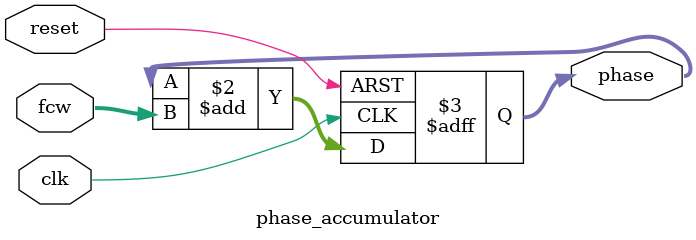
<source format=v>
module dds_sine (
    input wire clk,
    input wire reset,
    input wire [7:0] fcw,
    output signed [7:0] audio_out//для безнакового хватает 8,а для знакового нет, нужно 16
);
    wire [7:0] phase;
    wire signed [7:0] sine_value;

    phase_accumulator pa (
        .clk(clk),
        .reset(reset),
        .fcw(fcw),
        .phase(phase)
    );

    sine_lut lut (
        .phase(phase),
        .sine_out(sine_value)
    );

    assign audio_out = sine_value; 
endmodule




module sine_lut (
    input wire [7:0] phase,
    output reg signed [7:0] sine_out
);
    always @(*) begin
        case(phase[7:0]) // LUT, синус имеет постоянную составляющую на уровне 127
							// создание LUT таблицы осуществляет py-скрипт
							 8'b00000000: sine_out = 8'b01111111; // 0.00 degrees
							 8'b00000001: sine_out = 8'b10000010; // 1.41 degrees
							 8'b00000010: sine_out = 8'b10000101; // 2.81 degrees
							 8'b00000011: sine_out = 8'b10001000; // 4.22 degrees
							 8'b00000100: sine_out = 8'b10001011; // 5.62 degrees
							 8'b00000101: sine_out = 8'b10001110; // 7.03 degrees
							 8'b00000110: sine_out = 8'b10010001; // 8.44 degrees
							 8'b00000111: sine_out = 8'b10010100; // 9.84 degrees
							 8'b00001000: sine_out = 8'b10010111; // 11.25 degrees
							 8'b00001001: sine_out = 8'b10011010; // 12.66 degrees
							 8'b00001010: sine_out = 8'b10011101; // 14.06 degrees
							 8'b00001011: sine_out = 8'b10100000; // 15.47 degrees
							 8'b00001100: sine_out = 8'b10100011; // 16.88 degrees
							 8'b00001101: sine_out = 8'b10100110; // 18.28 degrees
							 8'b00001110: sine_out = 8'b10101001; // 19.69 degrees
							 8'b00001111: sine_out = 8'b10101100; // 21.09 degrees
							 8'b00010000: sine_out = 8'b10101111; // 22.50 degrees
							 8'b00010001: sine_out = 8'b10110010; // 23.91 degrees
							 8'b00010010: sine_out = 8'b10110101; // 25.31 degrees
							 8'b00010011: sine_out = 8'b10111000; // 26.72 degrees
							 8'b00010100: sine_out = 8'b10111010; // 28.12 degrees
							 8'b00010101: sine_out = 8'b10111101; // 29.53 degrees
							 8'b00010110: sine_out = 8'b11000000; // 30.94 degrees
							 8'b00010111: sine_out = 8'b11000010; // 32.34 degrees
							 8'b00011000: sine_out = 8'b11000101; // 33.75 degrees
							 8'b00011001: sine_out = 8'b11001000; // 35.16 degrees
							 8'b00011010: sine_out = 8'b11001010; // 36.56 degrees
							 8'b00011011: sine_out = 8'b11001101; // 37.97 degrees
							 8'b00011100: sine_out = 8'b11001111; // 39.38 degrees
							 8'b00011101: sine_out = 8'b11010001; // 40.78 degrees
							 8'b00011110: sine_out = 8'b11010100; // 42.19 degrees
							 8'b00011111: sine_out = 8'b11010110; // 43.59 degrees
							 8'b00100000: sine_out = 8'b11011000; // 45.00 degrees
							 8'b00100001: sine_out = 8'b11011010; // 46.41 degrees
							 8'b00100010: sine_out = 8'b11011101; // 47.81 degrees
							 8'b00100011: sine_out = 8'b11011111; // 49.22 degrees
							 8'b00100100: sine_out = 8'b11100001; // 50.62 degrees
							 8'b00100101: sine_out = 8'b11100011; // 52.03 degrees
							 8'b00100110: sine_out = 8'b11100101; // 53.44 degrees
							 8'b00100111: sine_out = 8'b11100110; // 54.84 degrees
							 8'b00101000: sine_out = 8'b11101000; // 56.25 degrees
							 8'b00101001: sine_out = 8'b11101010; // 57.66 degrees
							 8'b00101010: sine_out = 8'b11101011; // 59.06 degrees
							 8'b00101011: sine_out = 8'b11101101; // 60.47 degrees
							 8'b00101100: sine_out = 8'b11101111; // 61.88 degrees
							 8'b00101101: sine_out = 8'b11110000; // 63.28 degrees
							 8'b00101110: sine_out = 8'b11110001; // 64.69 degrees
							 8'b00101111: sine_out = 8'b11110011; // 66.09 degrees
							 8'b00110000: sine_out = 8'b11110100; // 67.50 degrees
							 8'b00110001: sine_out = 8'b11110101; // 68.91 degrees
							 8'b00110010: sine_out = 8'b11110110; // 70.31 degrees
							 8'b00110011: sine_out = 8'b11110111; // 71.72 degrees
							 8'b00110100: sine_out = 8'b11111000; // 73.12 degrees
							 8'b00110101: sine_out = 8'b11111001; // 74.53 degrees
							 8'b00110110: sine_out = 8'b11111010; // 75.94 degrees
							 8'b00110111: sine_out = 8'b11111010; // 77.34 degrees
							 8'b00111000: sine_out = 8'b11111011; // 78.75 degrees
							 8'b00111001: sine_out = 8'b11111100; // 80.16 degrees
							 8'b00111010: sine_out = 8'b11111100; // 81.56 degrees
							 8'b00111011: sine_out = 8'b11111101; // 82.97 degrees
							 8'b00111100: sine_out = 8'b11111101; // 84.38 degrees
							 8'b00111101: sine_out = 8'b11111101; // 85.78 degrees
							 8'b00111110: sine_out = 8'b11111101; // 87.19 degrees
							 8'b00111111: sine_out = 8'b11111101; // 88.59 degrees
							 8'b01000000: sine_out = 8'b11111110; // 90.00 degrees
							 8'b01000001: sine_out = 8'b11111101; // 91.41 degrees
							 8'b01000010: sine_out = 8'b11111101; // 92.81 degrees
							 8'b01000011: sine_out = 8'b11111101; // 94.22 degrees
							 8'b01000100: sine_out = 8'b11111101; // 95.62 degrees
							 8'b01000101: sine_out = 8'b11111101; // 97.03 degrees
							 8'b01000110: sine_out = 8'b11111100; // 98.44 degrees
							 8'b01000111: sine_out = 8'b11111100; // 99.84 degrees
							 8'b01001000: sine_out = 8'b11111011; // 101.25 degrees
							 8'b01001001: sine_out = 8'b11111010; // 102.66 degrees
							 8'b01001010: sine_out = 8'b11111010; // 104.06 degrees
							 8'b01001011: sine_out = 8'b11111001; // 105.47 degrees
							 8'b01001100: sine_out = 8'b11111000; // 106.88 degrees
							 8'b01001101: sine_out = 8'b11110111; // 108.28 degrees
							 8'b01001110: sine_out = 8'b11110110; // 109.69 degrees
							 8'b01001111: sine_out = 8'b11110101; // 111.09 degrees
							 8'b01010000: sine_out = 8'b11110100; // 112.50 degrees
							 8'b01010001: sine_out = 8'b11110011; // 113.91 degrees
							 8'b01010010: sine_out = 8'b11110001; // 115.31 degrees
							 8'b01010011: sine_out = 8'b11110000; // 116.72 degrees
							 8'b01010100: sine_out = 8'b11101111; // 118.12 degrees
							 8'b01010101: sine_out = 8'b11101101; // 119.53 degrees
							 8'b01010110: sine_out = 8'b11101011; // 120.94 degrees
							 8'b01010111: sine_out = 8'b11101010; // 122.34 degrees
							 8'b01011000: sine_out = 8'b11101000; // 123.75 degrees
							 8'b01011001: sine_out = 8'b11100110; // 125.16 degrees
							 8'b01011010: sine_out = 8'b11100101; // 126.56 degrees
							 8'b01011011: sine_out = 8'b11100011; // 127.97 degrees
							 8'b01011100: sine_out = 8'b11100001; // 129.38 degrees
							 8'b01011101: sine_out = 8'b11011111; // 130.78 degrees
							 8'b01011110: sine_out = 8'b11011101; // 132.19 degrees
							 8'b01011111: sine_out = 8'b11011010; // 133.59 degrees
							 8'b01100000: sine_out = 8'b11011000; // 135.00 degrees
							 8'b01100001: sine_out = 8'b11010110; // 136.41 degrees
							 8'b01100010: sine_out = 8'b11010100; // 137.81 degrees
							 8'b01100011: sine_out = 8'b11010001; // 139.22 degrees
							 8'b01100100: sine_out = 8'b11001111; // 140.62 degrees
							 8'b01100101: sine_out = 8'b11001101; // 142.03 degrees
							 8'b01100110: sine_out = 8'b11001010; // 143.44 degrees
							 8'b01100111: sine_out = 8'b11001000; // 144.84 degrees
							 8'b01101000: sine_out = 8'b11000101; // 146.25 degrees
							 8'b01101001: sine_out = 8'b11000010; // 147.66 degrees
							 8'b01101010: sine_out = 8'b11000000; // 149.06 degrees
							 8'b01101011: sine_out = 8'b10111101; // 150.47 degrees
							 8'b01101100: sine_out = 8'b10111010; // 151.88 degrees
							 8'b01101101: sine_out = 8'b10111000; // 153.28 degrees
							 8'b01101110: sine_out = 8'b10110101; // 154.69 degrees
							 8'b01101111: sine_out = 8'b10110010; // 156.09 degrees
							 8'b01110000: sine_out = 8'b10101111; // 157.50 degrees
							 8'b01110001: sine_out = 8'b10101100; // 158.91 degrees
							 8'b01110010: sine_out = 8'b10101001; // 160.31 degrees
							 8'b01110011: sine_out = 8'b10100110; // 161.72 degrees
							 8'b01110100: sine_out = 8'b10100011; // 163.12 degrees
							 8'b01110101: sine_out = 8'b10100000; // 164.53 degrees
							 8'b01110110: sine_out = 8'b10011101; // 165.94 degrees
							 8'b01110111: sine_out = 8'b10011010; // 167.34 degrees
							 8'b01111000: sine_out = 8'b10010111; // 168.75 degrees
							 8'b01111001: sine_out = 8'b10010100; // 170.16 degrees
							 8'b01111010: sine_out = 8'b10010001; // 171.56 degrees
							 8'b01111011: sine_out = 8'b10001110; // 172.97 degrees
							 8'b01111100: sine_out = 8'b10001011; // 174.38 degrees
							 8'b01111101: sine_out = 8'b10001000; // 175.78 degrees
							 8'b01111110: sine_out = 8'b10000101; // 177.19 degrees
							 8'b01111111: sine_out = 8'b10000010; // 178.59 degrees
							 8'b10000000: sine_out = 8'b01111111; // 180.00 degrees
							 8'b10000001: sine_out = 8'b01111011; // 181.41 degrees
							 8'b10000010: sine_out = 8'b01111000; // 182.81 degrees
							 8'b10000011: sine_out = 8'b01110101; // 184.22 degrees
							 8'b10000100: sine_out = 8'b01110010; // 185.62 degrees
							 8'b10000101: sine_out = 8'b01101111; // 187.03 degrees
							 8'b10000110: sine_out = 8'b01101100; // 188.44 degrees
							 8'b10000111: sine_out = 8'b01101001; // 189.84 degrees
							 8'b10001000: sine_out = 8'b01100110; // 191.25 degrees
							 8'b10001001: sine_out = 8'b01100011; // 192.66 degrees
							 8'b10001010: sine_out = 8'b01100000; // 194.06 degrees
							 8'b10001011: sine_out = 8'b01011101; // 195.47 degrees
							 8'b10001100: sine_out = 8'b01011010; // 196.88 degrees
							 8'b10001101: sine_out = 8'b01010111; // 198.28 degrees
							 8'b10001110: sine_out = 8'b01010100; // 199.69 degrees
							 8'b10001111: sine_out = 8'b01010001; // 201.09 degrees
							 8'b10010000: sine_out = 8'b01001110; // 202.50 degrees
							 8'b10010001: sine_out = 8'b01001011; // 203.91 degrees
							 8'b10010010: sine_out = 8'b01001000; // 205.31 degrees
							 8'b10010011: sine_out = 8'b01000101; // 206.72 degrees
							 8'b10010100: sine_out = 8'b01000011; // 208.12 degrees
							 8'b10010101: sine_out = 8'b01000000; // 209.53 degrees
							 8'b10010110: sine_out = 8'b00111101; // 210.94 degrees
							 8'b10010111: sine_out = 8'b00111011; // 212.34 degrees
							 8'b10011000: sine_out = 8'b00111000; // 213.75 degrees
							 8'b10011001: sine_out = 8'b00110101; // 215.16 degrees
							 8'b10011010: sine_out = 8'b00110011; // 216.56 degrees
							 8'b10011011: sine_out = 8'b00110000; // 217.97 degrees
							 8'b10011100: sine_out = 8'b00101110; // 219.38 degrees
							 8'b10011101: sine_out = 8'b00101100; // 220.78 degrees
							 8'b10011110: sine_out = 8'b00101001; // 222.19 degrees
							 8'b10011111: sine_out = 8'b00100111; // 223.59 degrees
							 8'b10100000: sine_out = 8'b00100101; // 225.00 degrees
							 8'b10100001: sine_out = 8'b00100011; // 226.41 degrees
							 8'b10100010: sine_out = 8'b00100000; // 227.81 degrees
							 8'b10100011: sine_out = 8'b00011110; // 229.22 degrees
							 8'b10100100: sine_out = 8'b00011100; // 230.62 degrees
							 8'b10100101: sine_out = 8'b00011010; // 232.03 degrees
							 8'b10100110: sine_out = 8'b00011000; // 233.44 degrees
							 8'b10100111: sine_out = 8'b00010111; // 234.84 degrees
							 8'b10101000: sine_out = 8'b00010101; // 236.25 degrees
							 8'b10101001: sine_out = 8'b00010011; // 237.66 degrees
							 8'b10101010: sine_out = 8'b00010010; // 239.06 degrees
							 8'b10101011: sine_out = 8'b00010000; // 240.47 degrees
							 8'b10101100: sine_out = 8'b00001110; // 241.88 degrees
							 8'b10101101: sine_out = 8'b00001101; // 243.28 degrees
							 8'b10101110: sine_out = 8'b00001100; // 244.69 degrees
							 8'b10101111: sine_out = 8'b00001010; // 246.09 degrees
							 8'b10110000: sine_out = 8'b00001001; // 247.50 degrees
							 8'b10110001: sine_out = 8'b00001000; // 248.91 degrees
							 8'b10110010: sine_out = 8'b00000111; // 250.31 degrees
							 8'b10110011: sine_out = 8'b00000110; // 251.72 degrees
							 8'b10110100: sine_out = 8'b00000101; // 253.12 degrees
							 8'b10110101: sine_out = 8'b00000100; // 254.53 degrees
							 8'b10110110: sine_out = 8'b00000011; // 255.94 degrees
							 8'b10110111: sine_out = 8'b00000011; // 257.34 degrees
							 8'b10111000: sine_out = 8'b00000010; // 258.75 degrees
							 8'b10111001: sine_out = 8'b00000001; // 260.16 degrees
							 8'b10111010: sine_out = 8'b00000001; // 261.56 degrees
							 8'b10111011: sine_out = 8'b00000000; // 262.97 degrees
							 8'b10111100: sine_out = 8'b00000000; // 264.38 degrees
							 8'b10111101: sine_out = 8'b00000000; // 265.78 degrees
							 8'b10111110: sine_out = 8'b00000000; // 267.19 degrees
							 8'b10111111: sine_out = 8'b00000000; // 268.59 degrees
							 8'b11000000: sine_out = 8'b00000000; // 270.00 degrees
							 8'b11000001: sine_out = 8'b00000000; // 271.41 degrees
							 8'b11000010: sine_out = 8'b00000000; // 272.81 degrees
							 8'b11000011: sine_out = 8'b00000000; // 274.22 degrees
							 8'b11000100: sine_out = 8'b00000000; // 275.62 degrees
							 8'b11000101: sine_out = 8'b00000000; // 277.03 degrees
							 8'b11000110: sine_out = 8'b00000001; // 278.44 degrees
							 8'b11000111: sine_out = 8'b00000001; // 279.84 degrees
							 8'b11001000: sine_out = 8'b00000010; // 281.25 degrees
							 8'b11001001: sine_out = 8'b00000011; // 282.66 degrees
							 8'b11001010: sine_out = 8'b00000011; // 284.06 degrees
							 8'b11001011: sine_out = 8'b00000100; // 285.47 degrees
							 8'b11001100: sine_out = 8'b00000101; // 286.88 degrees
							 8'b11001101: sine_out = 8'b00000110; // 288.28 degrees
							 8'b11001110: sine_out = 8'b00000111; // 289.69 degrees
							 8'b11001111: sine_out = 8'b00001000; // 291.09 degrees
							 8'b11010000: sine_out = 8'b00001001; // 292.50 degrees
							 8'b11010001: sine_out = 8'b00001010; // 293.91 degrees
							 8'b11010010: sine_out = 8'b00001100; // 295.31 degrees
							 8'b11010011: sine_out = 8'b00001101; // 296.72 degrees
							 8'b11010100: sine_out = 8'b00001110; // 298.12 degrees
							 8'b11010101: sine_out = 8'b00010000; // 299.53 degrees
							 8'b11010110: sine_out = 8'b00010010; // 300.94 degrees
							 8'b11010111: sine_out = 8'b00010011; // 302.34 degrees
							 8'b11011000: sine_out = 8'b00010101; // 303.75 degrees
							 8'b11011001: sine_out = 8'b00010111; // 305.16 degrees
							 8'b11011010: sine_out = 8'b00011000; // 306.56 degrees
							 8'b11011011: sine_out = 8'b00011010; // 307.97 degrees
							 8'b11011100: sine_out = 8'b00011100; // 309.38 degrees
							 8'b11011101: sine_out = 8'b00011110; // 310.78 degrees
							 8'b11011110: sine_out = 8'b00100000; // 312.19 degrees
							 8'b11011111: sine_out = 8'b00100011; // 313.59 degrees
							 8'b11100000: sine_out = 8'b00100101; // 315.00 degrees
							 8'b11100001: sine_out = 8'b00100111; // 316.41 degrees
							 8'b11100010: sine_out = 8'b00101001; // 317.81 degrees
							 8'b11100011: sine_out = 8'b00101100; // 319.22 degrees
							 8'b11100100: sine_out = 8'b00101110; // 320.62 degrees
							 8'b11100101: sine_out = 8'b00110000; // 322.03 degrees
							 8'b11100110: sine_out = 8'b00110011; // 323.44 degrees
							 8'b11100111: sine_out = 8'b00110101; // 324.84 degrees
							 8'b11101000: sine_out = 8'b00111000; // 326.25 degrees
							 8'b11101001: sine_out = 8'b00111011; // 327.66 degrees
							 8'b11101010: sine_out = 8'b00111101; // 329.06 degrees
							 8'b11101011: sine_out = 8'b01000000; // 330.47 degrees
							 8'b11101100: sine_out = 8'b01000011; // 331.88 degrees
							 8'b11101101: sine_out = 8'b01000101; // 333.28 degrees
							 8'b11101110: sine_out = 8'b01001000; // 334.69 degrees
							 8'b11101111: sine_out = 8'b01001011; // 336.09 degrees
							 8'b11110000: sine_out = 8'b01001110; // 337.50 degrees
							 8'b11110001: sine_out = 8'b01010001; // 338.91 degrees
							 8'b11110010: sine_out = 8'b01010100; // 340.31 degrees
							 8'b11110011: sine_out = 8'b01010111; // 341.72 degrees
							 8'b11110100: sine_out = 8'b01011010; // 343.12 degrees
							 8'b11110101: sine_out = 8'b01011101; // 344.53 degrees
							 8'b11110110: sine_out = 8'b01100000; // 345.94 degrees
							 8'b11110111: sine_out = 8'b01100011; // 347.34 degrees
							 8'b11111000: sine_out = 8'b01100110; // 348.75 degrees
							 8'b11111001: sine_out = 8'b01101001; // 350.16 degrees
							 8'b11111010: sine_out = 8'b01101100; // 351.56 degrees
							 8'b11111011: sine_out = 8'b01101111; // 352.97 degrees
							 8'b11111100: sine_out = 8'b01110010; // 354.38 degrees
							 8'b11111101: sine_out = 8'b01110101; // 355.78 degrees
							 8'b11111110: sine_out = 8'b01111000; // 357.19 degrees
							 8'b11111111: sine_out = 8'b01111011; // 358.59 degrees
            default: sine_out = 8'b01111111; // Значение по умолчанию
        endcase
    end
endmodule


module phase_accumulator (
    input wire clk,
    input wire reset,
    input wire [7:0] fcw, // Контрольное слово частоты, 8 разрядность для гибкой настройки шага фазы
    output reg [7:0] phase
);
    always @(posedge clk or posedge reset)//Асинхронный сброс 
	 begin
        if (reset)
            phase <= 8'b0;
        else
            phase <= phase + fcw; // Увеличиваем фазу на FCW
    end
endmodule

</source>
